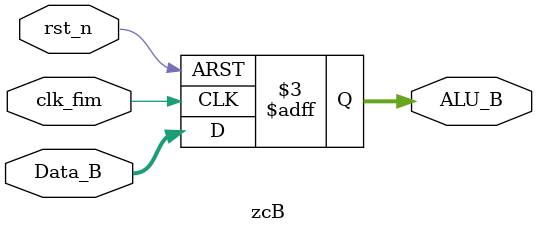
<source format=v>
`timescale 1ns / 1ps


module zcB(rst_n,Data_B,clk_fim,ALU_B);//BÔÝ´æÆ÷
   input rst_n;
   input [31:0]Data_B;
   input clk_fim;
   output reg [31:0]ALU_B;
   always@(negedge rst_n or posedge clk_fim)
   begin 
      if(!rst_n)
         ALU_B<=32'b0;
      else
         ALU_B<=Data_B;
   end
endmodule

</source>
